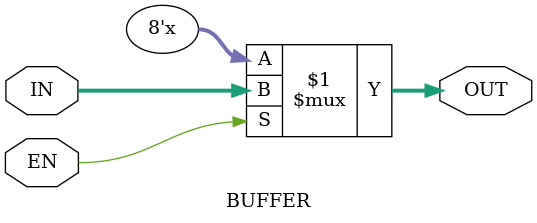
<source format=sv>
`timescale 1 ns / 1 ns
module BUFFER (OUT, IN, EN);
parameter SIZE = 8;
input [SIZE-1:0] IN;
input EN;
output [SIZE-1:0] OUT;

assign OUT = EN ? IN : 'z;
endmodule
</source>
